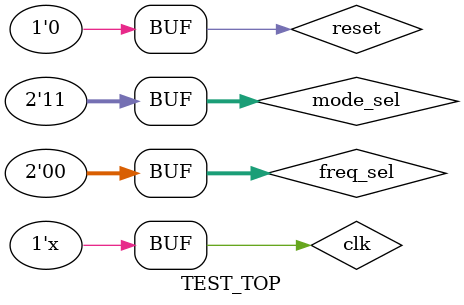
<source format=v>
`timescale 1ns / 1ps


module TEST_TOP;

	// Inputs
	reg [1:0] freq_sel;
	reg [1:0] mode_sel;
	reg reset;
	reg clk;

	// Outputs
	wire [7:0] OUT;

	// Instantiate the Unit Under Test (UUT)
	TOP uut (
		.freq_sel(freq_sel), 
		.mode_sel(mode_sel), 
		.reset(reset), 
		.clk(clk), 
		.OUT(OUT)
	);
	always begin #1;clk=~clk; end
	initial begin
		// Initialize Inputs
		freq_sel = 3;
		mode_sel = 0;
		reset = 0;
		clk = 0;
		#100;
		reset = 1;
		#100;
		reset = 0;
		#100;
		
		//change mode: 1-2-3-4
		mode_sel = 1;
		#100000;
		mode_sel = 2;
		#100000;
		mode_sel = 3;
		#100000;
		
        
		// change frequency
		freq_sel = 2;
		#100000;
		freq_sel = 1;
		#100000;
		freq_sel = 0;
		#100000;

	end
      
endmodule


</source>
